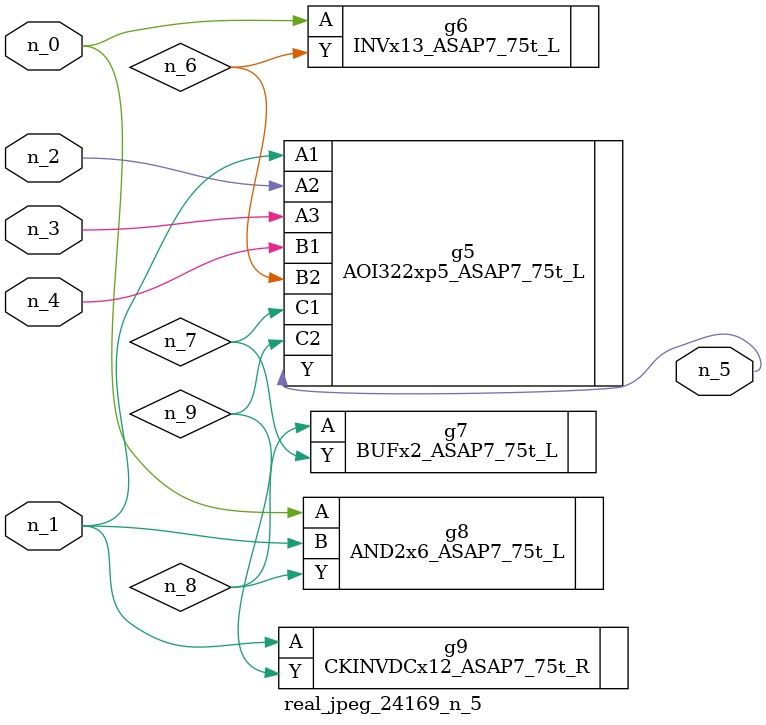
<source format=v>
module real_jpeg_24169_n_5 (n_4, n_0, n_1, n_2, n_3, n_5);

input n_4;
input n_0;
input n_1;
input n_2;
input n_3;

output n_5;

wire n_8;
wire n_6;
wire n_7;
wire n_9;

INVx13_ASAP7_75t_L g6 ( 
.A(n_0),
.Y(n_6)
);

AND2x6_ASAP7_75t_L g8 ( 
.A(n_0),
.B(n_1),
.Y(n_8)
);

AOI322xp5_ASAP7_75t_L g5 ( 
.A1(n_1),
.A2(n_2),
.A3(n_3),
.B1(n_4),
.B2(n_6),
.C1(n_7),
.C2(n_9),
.Y(n_5)
);

CKINVDCx12_ASAP7_75t_R g9 ( 
.A(n_1),
.Y(n_9)
);

BUFx2_ASAP7_75t_L g7 ( 
.A(n_8),
.Y(n_7)
);


endmodule
</source>
